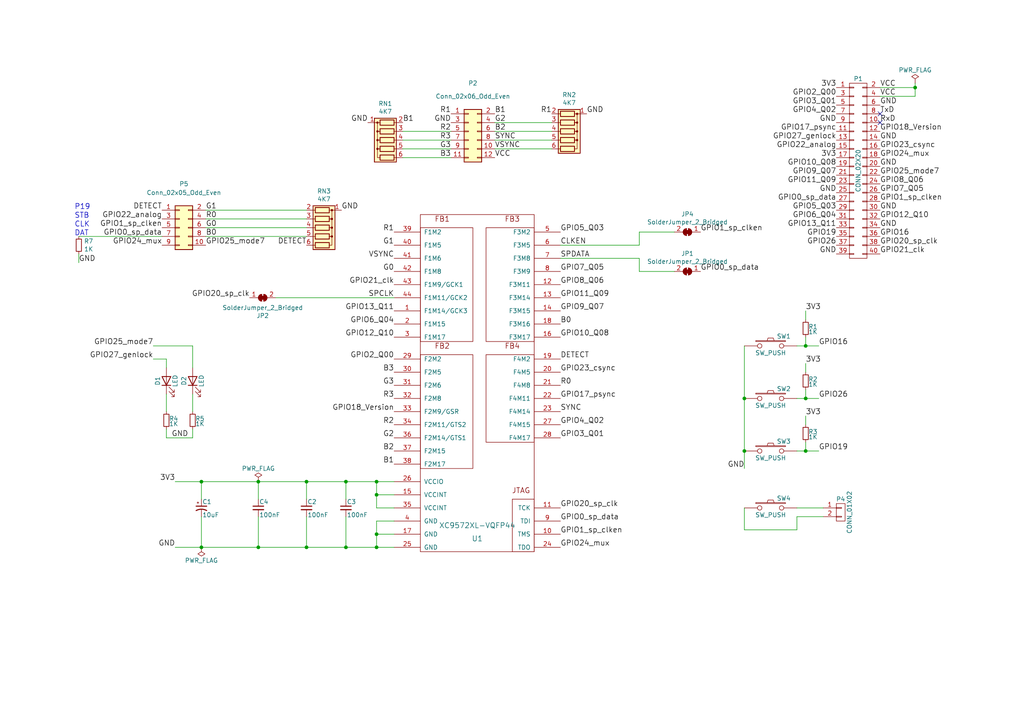
<source format=kicad_sch>
(kicad_sch (version 20230121) (generator eeschema)
  (paper "A4")
  (lib_symbols
    (symbol "Connector_Generic:Conn_02x05_Odd_Even" (pin_names (offset 1.016) hide)
      (property "Reference" "J" (at 1.27 7.62 0))
      (property "Value" "Conn_02x05_Odd_Even" (at 1.27 -7.62 0))
      (symbol "Conn_02x05_Odd_Even_1_1"
        (rectangle (start -1.27 -4.953) (end 0 -5.207) (stroke (width 0.1524)))
        (rectangle (start -1.27 -2.413) (end 0 -2.667) (stroke (width 0.1524)))
        (rectangle (start -1.27 0.127) (end 0 -0.127) (stroke (width 0.1524)))
        (rectangle (start -1.27 2.667) (end 0 2.413) (stroke (width 0.1524)))
        (rectangle (start -1.27 5.207) (end 0 4.953) (stroke (width 0.1524)))
        (rectangle (start -1.27 6.35) (end 3.81 -6.35) (stroke (width 0.254)) (fill (type background)))
        (rectangle (start 3.81 -4.953) (end 2.54 -5.207) (stroke (width 0.1524)))
        (rectangle (start 3.81 -2.413) (end 2.54 -2.667) (stroke (width 0.1524)))
        (rectangle (start 3.81 0.127) (end 2.54 -0.127) (stroke (width 0.1524)))
        (rectangle (start 3.81 2.667) (end 2.54 2.413) (stroke (width 0.1524)))
        (rectangle (start 3.81 5.207) (end 2.54 4.953) (stroke (width 0.1524)))
        (pin passive line (at -5.08 5.08 0) (length 3.81) (name "Pin_1") (number "1"))
        (pin passive line (at 7.62 -5.08 180) (length 3.81) (name "Pin_10") (number "10"))
        (pin passive line (at 7.62 5.08 180) (length 3.81) (name "Pin_2") (number "2"))
        (pin passive line (at -5.08 2.54 0) (length 3.81) (name "Pin_3") (number "3"))
        (pin passive line (at 7.62 2.54 180) (length 3.81) (name "Pin_4") (number "4"))
        (pin passive line (at -5.08 0 0) (length 3.81) (name "Pin_5") (number "5"))
        (pin passive line (at 7.62 0 180) (length 3.81) (name "Pin_6") (number "6"))
        (pin passive line (at -5.08 -2.54 0) (length 3.81) (name "Pin_7") (number "7"))
        (pin passive line (at 7.62 -2.54 180) (length 3.81) (name "Pin_8") (number "8"))
        (pin passive line (at -5.08 -5.08 0) (length 3.81) (name "Pin_9") (number "9"))
      )
    )
    (symbol "Connector_Generic:Conn_02x06_Odd_Even" (pin_names (offset 1.016) hide)
      (property "Reference" "J" (at 1.27 7.62 0))
      (property "Value" "Conn_02x06_Odd_Even" (at 1.27 -10.16 0))
      (symbol "Conn_02x06_Odd_Even_1_1"
        (rectangle (start -1.27 -7.493) (end 0 -7.747) (stroke (width 0.1524)))
        (rectangle (start -1.27 -4.953) (end 0 -5.207) (stroke (width 0.1524)))
        (rectangle (start -1.27 -2.413) (end 0 -2.667) (stroke (width 0.1524)))
        (rectangle (start -1.27 0.127) (end 0 -0.127) (stroke (width 0.1524)))
        (rectangle (start -1.27 2.667) (end 0 2.413) (stroke (width 0.1524)))
        (rectangle (start -1.27 5.207) (end 0 4.953) (stroke (width 0.1524)))
        (rectangle (start -1.27 6.35) (end 3.81 -8.89) (stroke (width 0.254)) (fill (type background)))
        (rectangle (start 3.81 -7.493) (end 2.54 -7.747) (stroke (width 0.1524)))
        (rectangle (start 3.81 -4.953) (end 2.54 -5.207) (stroke (width 0.1524)))
        (rectangle (start 3.81 -2.413) (end 2.54 -2.667) (stroke (width 0.1524)))
        (rectangle (start 3.81 0.127) (end 2.54 -0.127) (stroke (width 0.1524)))
        (rectangle (start 3.81 2.667) (end 2.54 2.413) (stroke (width 0.1524)))
        (rectangle (start 3.81 5.207) (end 2.54 4.953) (stroke (width 0.1524)))
        (pin passive line (at -5.08 5.08 0) (length 3.81) (name "Pin_1") (number "1"))
        (pin passive line (at 7.62 -5.08 180) (length 3.81) (name "Pin_10") (number "10"))
        (pin passive line (at -5.08 -7.62 0) (length 3.81) (name "Pin_11") (number "11"))
        (pin passive line (at 7.62 -7.62 180) (length 3.81) (name "Pin_12") (number "12"))
        (pin passive line (at 7.62 5.08 180) (length 3.81) (name "Pin_2") (number "2"))
        (pin passive line (at -5.08 2.54 0) (length 3.81) (name "Pin_3") (number "3"))
        (pin passive line (at 7.62 2.54 180) (length 3.81) (name "Pin_4") (number "4"))
        (pin passive line (at -5.08 0 0) (length 3.81) (name "Pin_5") (number "5"))
        (pin passive line (at 7.62 0 180) (length 3.81) (name "Pin_6") (number "6"))
        (pin passive line (at -5.08 -2.54 0) (length 3.81) (name "Pin_7") (number "7"))
        (pin passive line (at 7.62 -2.54 180) (length 3.81) (name "Pin_8") (number "8"))
        (pin passive line (at -5.08 -5.08 0) (length 3.81) (name "Pin_9") (number "9"))
      )
    )
    (symbol "Device:C_Small" (pin_numbers hide) (pin_names (offset 0.254) hide)
      (property "Reference" "C" (at 0.254 1.778 0))
      (property "Value" "C_Small" (at 0.254 -2.032 0))
      (symbol "C_Small_0_1"
        (polyline (pts (xy -1.524 -0.508) (xy 1.524 -0.508)) (stroke (width 0.3302)))
        (polyline (pts (xy -1.524 0.508) (xy 1.524 0.508)) (stroke (width 0.3048)))
      )
      (symbol "C_Small_1_1"
        (pin passive line (at 0 2.54 270) (length 2.032) (name "~") (number "1"))
        (pin passive line (at 0 -2.54 90) (length 2.032) (name "~") (number "2"))
      )
    )
    (symbol "Device:LED" (pin_numbers hide) (pin_names (offset 1.016) hide)
      (property "Reference" "D" (at 0 2.54 0))
      (property "Value" "LED" (at 0 -2.54 0))
      (symbol "LED_0_1"
        (polyline (pts (xy -1.27 -1.27) (xy -1.27 1.27)) (stroke (width 0.254)))
        (polyline (pts (xy -1.27 0) (xy 1.27 0)))
        (polyline (pts (xy 1.27 -1.27) (xy 1.27 1.27) (xy -1.27 0) (xy 1.27 -1.27)) (stroke (width 0.254)))
        (polyline (pts (xy -3.048 -0.762) (xy -4.572 -2.286) (xy -3.81 -2.286) (xy -4.572 -2.286) (xy -4.572 -1.524)))
        (polyline (pts (xy -1.778 -0.762) (xy -3.302 -2.286) (xy -2.54 -2.286) (xy -3.302 -2.286) (xy -3.302 -1.524)))
      )
      (symbol "LED_1_1"
        (pin passive line (at -3.81 0 0) (length 2.54) (name "K") (number "1"))
        (pin passive line (at 3.81 0 180) (length 2.54) (name "A") (number "2"))
      )
    )
    (symbol "Device:R_Network05" (pin_names (offset 0) hide)
      (property "Reference" "RN" (at -7.62 0 90))
      (property "Value" "R_Network05" (at 7.62 0 90))
      (symbol "R_Network05_0_1"
        (rectangle (start -6.35 -3.175) (end 6.35 3.175) (stroke (width 0.254)) (fill (type background)))
        (rectangle (start -5.842 1.524) (end -4.318 -2.54) (stroke (width 0.254)))
        (circle (center -5.08 2.286) (radius 0.254) (fill (type outline)))
        (rectangle (start -3.302 1.524) (end -1.778 -2.54) (stroke (width 0.254)))
        (circle (center -2.54 2.286) (radius 0.254) (fill (type outline)))
        (rectangle (start -0.762 1.524) (end 0.762 -2.54) (stroke (width 0.254)))
        (polyline (pts (xy -5.08 -2.54) (xy -5.08 -3.81)))
        (polyline (pts (xy -2.54 -2.54) (xy -2.54 -3.81)))
        (polyline (pts (xy 0 -2.54) (xy 0 -3.81)))
        (polyline (pts (xy 2.54 -2.54) (xy 2.54 -3.81)))
        (polyline (pts (xy 5.08 -2.54) (xy 5.08 -3.81)))
        (polyline (pts (xy -5.08 1.524) (xy -5.08 2.286) (xy -2.54 2.286) (xy -2.54 1.524)))
        (polyline (pts (xy -2.54 1.524) (xy -2.54 2.286) (xy 0 2.286) (xy 0 1.524)))
        (polyline (pts (xy 0 1.524) (xy 0 2.286) (xy 2.54 2.286) (xy 2.54 1.524)))
        (polyline (pts (xy 2.54 1.524) (xy 2.54 2.286) (xy 5.08 2.286) (xy 5.08 1.524)))
        (circle (center 0 2.286) (radius 0.254) (fill (type outline)))
        (rectangle (start 1.778 1.524) (end 3.302 -2.54) (stroke (width 0.254)))
        (circle (center 2.54 2.286) (radius 0.254) (fill (type outline)))
        (rectangle (start 4.318 1.524) (end 5.842 -2.54) (stroke (width 0.254)))
      )
      (symbol "R_Network05_1_1"
        (pin passive line (at -5.08 5.08 270) (length 2.54) (name "common") (number "1"))
        (pin passive line (at -5.08 -5.08 90) (length 1.27) (name "R1") (number "2"))
        (pin passive line (at -2.54 -5.08 90) (length 1.27) (name "R2") (number "3"))
        (pin passive line (at 0 -5.08 90) (length 1.27) (name "R3") (number "4"))
        (pin passive line (at 2.54 -5.08 90) (length 1.27) (name "R4") (number "5"))
        (pin passive line (at 5.08 -5.08 90) (length 1.27) (name "R5") (number "6"))
      )
    )
    (symbol "Device:R_Small" (pin_numbers hide) (pin_names (offset 0.254) hide)
      (property "Reference" "R" (at 0.762 0.508 0))
      (property "Value" "R_Small" (at 0.762 -1.016 0))
      (symbol "R_Small_0_1"
        (rectangle (start -0.762 1.778) (end 0.762 -1.778) (stroke (width 0.2032)))
      )
      (symbol "R_Small_1_1"
        (pin passive line (at 0 2.54 270) (length 0.762) (name "~") (number "1"))
        (pin passive line (at 0 -2.54 90) (length 0.762) (name "~") (number "2"))
      )
    )
    (symbol "Jumper:SolderJumper_2_Bridged" (pin_names (offset 0) hide)
      (property "Reference" "JP" (at 0 2.032 0))
      (property "Value" "SolderJumper_2_Bridged" (at 0 -2.54 0))
      (symbol "SolderJumper_2_Bridged_0_1"
        (rectangle (start -0.508 0.508) (end 0.508 -0.508) (fill (type outline)))
        (arc (start -0.254 1.016) (mid -1.2656 0) (end -0.254 -1.016))
        (arc (start -0.254 1.016) (mid -1.2656 0) (end -0.254 -1.016) (fill (type outline)))
        (polyline (pts (xy -0.254 1.016) (xy -0.254 -1.016)))
        (polyline (pts (xy 0.254 1.016) (xy 0.254 -1.016)))
        (arc (start 0.254 -1.016) (mid 1.2656 0) (end 0.254 1.016))
        (arc (start 0.254 -1.016) (mid 1.2656 0) (end 0.254 1.016) (fill (type outline)))
      )
      (symbol "SolderJumper_2_Bridged_1_1"
        (pin passive line (at -3.81 0 0) (length 2.54) (name "A") (number "1"))
        (pin passive line (at 3.81 0 180) (length 2.54) (name "B") (number "2"))
      )
    )
    (symbol "power:PWR_FLAG" (power) (pin_numbers hide) (pin_names (offset 0) hide)
      (property "Value" "PWR_FLAG" (at 0 3.81 0))
      (symbol "PWR_FLAG_0_0"
        (pin power_out line (at 0 0 90) (length 0) (name "pwr") (number "1"))
      )
      (symbol "PWR_FLAG_0_1"
        (polyline (pts (xy 0 0) (xy 0 1.27) (xy -1.016 1.905) (xy 0 2.54) (xy 1.016 1.905) (xy 0 1.27)))
      )
    )
    (symbol "rgb-to-hdmi-rescue:CONN_01X02" (pin_names (offset 1.016) hide)
      (property "Reference" "P" (at 0 3.81 0))
      (property "Value" "CONN_01X02" (at 2.54 0 90))
      (symbol "CONN_01X02_0_1"
        (rectangle (start -1.27 -1.143) (end 0.254 -1.397))
        (rectangle (start -1.27 1.397) (end 0.254 1.143))
        (rectangle (start -1.27 2.54) (end 1.27 -2.54))
      )
      (symbol "CONN_01X02_1_1"
        (pin passive line (at -5.08 1.27 0) (length 3.81) (name "P1") (number "1"))
        (pin passive line (at -5.08 -1.27 0) (length 3.81) (name "P2") (number "2"))
      )
    )
    (symbol "rgb-to-hdmi-rescue:CONN_02X20" (pin_names (offset 0.0254) hide)
      (property "Reference" "P" (at 0 26.67 0))
      (property "Value" "CONN_02X20" (at 0 0 90))
      (symbol "CONN_02X20_0_1"
        (rectangle (start -2.54 -24.003) (end -1.27 -24.257))
        (rectangle (start -2.54 -21.463) (end -1.27 -21.717))
        (rectangle (start -2.54 -18.923) (end -1.27 -19.177))
        (rectangle (start -2.54 -16.383) (end -1.27 -16.637))
        (rectangle (start -2.54 -13.843) (end -1.27 -14.097))
        (rectangle (start -2.54 -11.303) (end -1.27 -11.557))
        (rectangle (start -2.54 -8.763) (end -1.27 -9.017))
        (rectangle (start -2.54 -6.223) (end -1.27 -6.477))
        (rectangle (start -2.54 -3.683) (end -1.27 -3.937))
        (rectangle (start -2.54 -1.143) (end -1.27 -1.397))
        (rectangle (start -2.54 1.397) (end -1.27 1.143))
        (rectangle (start -2.54 3.937) (end -1.27 3.683))
        (rectangle (start -2.54 6.477) (end -1.27 6.223))
        (rectangle (start -2.54 9.017) (end -1.27 8.763))
        (rectangle (start -2.54 11.557) (end -1.27 11.303))
        (rectangle (start -2.54 14.097) (end -1.27 13.843))
        (rectangle (start -2.54 16.637) (end -1.27 16.383))
        (rectangle (start -2.54 19.177) (end -1.27 18.923))
        (rectangle (start -2.54 21.717) (end -1.27 21.463))
        (rectangle (start -2.54 24.257) (end -1.27 24.003))
        (rectangle (start -2.54 25.4) (end 2.54 -25.4))
        (rectangle (start 1.27 -24.003) (end 2.54 -24.257))
        (rectangle (start 1.27 -21.463) (end 2.54 -21.717))
        (rectangle (start 1.27 -18.923) (end 2.54 -19.177))
        (rectangle (start 1.27 -16.383) (end 2.54 -16.637))
        (rectangle (start 1.27 -13.843) (end 2.54 -14.097))
        (rectangle (start 1.27 -11.303) (end 2.54 -11.557))
        (rectangle (start 1.27 -8.763) (end 2.54 -9.017))
        (rectangle (start 1.27 -6.223) (end 2.54 -6.477))
        (rectangle (start 1.27 -3.683) (end 2.54 -3.937))
        (rectangle (start 1.27 -1.143) (end 2.54 -1.397))
        (rectangle (start 1.27 1.397) (end 2.54 1.143))
        (rectangle (start 1.27 3.937) (end 2.54 3.683))
        (rectangle (start 1.27 6.477) (end 2.54 6.223))
        (rectangle (start 1.27 9.017) (end 2.54 8.763))
        (rectangle (start 1.27 11.557) (end 2.54 11.303))
        (rectangle (start 1.27 14.097) (end 2.54 13.843))
        (rectangle (start 1.27 16.637) (end 2.54 16.383))
        (rectangle (start 1.27 19.177) (end 2.54 18.923))
        (rectangle (start 1.27 21.717) (end 2.54 21.463))
        (rectangle (start 1.27 24.257) (end 2.54 24.003))
      )
      (symbol "CONN_02X20_1_1"
        (pin passive line (at -6.35 24.13 0) (length 3.81) (name "P1") (number "1"))
        (pin passive line (at 6.35 13.97 180) (length 3.81) (name "P10") (number "10"))
        (pin passive line (at -6.35 11.43 0) (length 3.81) (name "P11") (number "11"))
        (pin passive line (at 6.35 11.43 180) (length 3.81) (name "P12") (number "12"))
        (pin passive line (at -6.35 8.89 0) (length 3.81) (name "P13") (number "13"))
        (pin passive line (at 6.35 8.89 180) (length 3.81) (name "P14") (number "14"))
        (pin passive line (at -6.35 6.35 0) (length 3.81) (name "P15") (number "15"))
        (pin passive line (at 6.35 6.35 180) (length 3.81) (name "P16") (number "16"))
        (pin passive line (at -6.35 3.81 0) (length 3.81) (name "P17") (number "17"))
        (pin passive line (at 6.35 3.81 180) (length 3.81) (name "P18") (number "18"))
        (pin passive line (at -6.35 1.27 0) (length 3.81) (name "P19") (number "19"))
        (pin passive line (at 6.35 24.13 180) (length 3.81) (name "P2") (number "2"))
        (pin passive line (at 6.35 1.27 180) (length 3.81) (name "P20") (number "20"))
        (pin passive line (at -6.35 -1.27 0) (length 3.81) (name "P21") (number "21"))
        (pin passive line (at 6.35 -1.27 180) (length 3.81) (name "P22") (number "22"))
        (pin passive line (at -6.35 -3.81 0) (length 3.81) (name "P23") (number "23"))
        (pin passive line (at 6.35 -3.81 180) (length 3.81) (name "P24") (number "24"))
        (pin passive line (at -6.35 -6.35 0) (length 3.81) (name "P25") (number "25"))
        (pin passive line (at 6.35 -6.35 180) (length 3.81) (name "P26") (number "26"))
        (pin passive line (at -6.35 -8.89 0) (length 3.81) (name "P27") (number "27"))
        (pin passive line (at 6.35 -8.89 180) (length 3.81) (name "P28") (number "28"))
        (pin passive line (at -6.35 -11.43 0) (length 3.81) (name "P29") (number "29"))
        (pin passive line (at -6.35 21.59 0) (length 3.81) (name "P3") (number "3"))
        (pin passive line (at 6.35 -11.43 180) (length 3.81) (name "P30") (number "30"))
        (pin passive line (at -6.35 -13.97 0) (length 3.81) (name "P31") (number "31"))
        (pin passive line (at 6.35 -13.97 180) (length 3.81) (name "P32") (number "32"))
        (pin passive line (at -6.35 -16.51 0) (length 3.81) (name "P33") (number "33"))
        (pin passive line (at 6.35 -16.51 180) (length 3.81) (name "P34") (number "34"))
        (pin passive line (at -6.35 -19.05 0) (length 3.81) (name "P35") (number "35"))
        (pin passive line (at 6.35 -19.05 180) (length 3.81) (name "P36") (number "36"))
        (pin passive line (at -6.35 -21.59 0) (length 3.81) (name "P37") (number "37"))
        (pin passive line (at 6.35 -21.59 180) (length 3.81) (name "P38") (number "38"))
        (pin passive line (at -6.35 -24.13 0) (length 3.81) (name "P39") (number "39"))
        (pin passive line (at 6.35 21.59 180) (length 3.81) (name "P4") (number "4"))
        (pin passive line (at 6.35 -24.13 180) (length 3.81) (name "P40") (number "40"))
        (pin passive line (at -6.35 19.05 0) (length 3.81) (name "P5") (number "5"))
        (pin passive line (at 6.35 19.05 180) (length 3.81) (name "P6") (number "6"))
        (pin passive line (at -6.35 16.51 0) (length 3.81) (name "P7") (number "7"))
        (pin passive line (at 6.35 16.51 180) (length 3.81) (name "P8") (number "8"))
        (pin passive line (at -6.35 13.97 0) (length 3.81) (name "P9") (number "9"))
      )
    )
    (symbol "rgb-to-hdmi-rescue:CP1_Small-Device" (pin_numbers hide) (pin_names (offset 0.254) hide)
      (property "Reference" "C" (at 0.254 1.778 0))
      (property "Value" "Device_CP1_Small" (at 0.254 -2.032 0))
      (symbol "CP1_Small-Device_0_1"
        (polyline (pts (xy -1.524 0.508) (xy 1.524 0.508)) (stroke (width 0.3048)))
        (polyline (pts (xy -1.27 1.524) (xy -0.762 1.524)))
        (polyline (pts (xy -1.016 1.27) (xy -1.016 1.778)))
        (arc (start 1.524 -0.762) (mid 0 -0.3734) (end -1.524 -0.762) (stroke (width 0.3048)))
      )
      (symbol "CP1_Small-Device_1_1"
        (pin passive line (at 0 2.54 270) (length 2.032) (name "~") (number "1"))
        (pin passive line (at 0 -2.54 90) (length 2.032) (name "~") (number "2"))
      )
    )
    (symbol "rgb-to-hdmi-rescue:SW_PUSH" (pin_numbers hide) (pin_names (offset 1.016) hide)
      (property "Reference" "SW" (at 3.81 2.794 0))
      (property "Value" "SW_PUSH" (at 0 -2.032 0))
      (symbol "SW_PUSH_0_1"
        (rectangle (start -4.318 1.27) (end 4.318 1.524))
        (polyline (pts (xy -1.016 1.524) (xy -0.762 2.286) (xy 0.762 2.286) (xy 1.016 1.524)))
        (pin passive inverted (at -7.62 0 0) (length 5.08) (name "1") (number "1"))
        (pin passive inverted (at 7.62 0 180) (length 5.08) (name "2") (number "2"))
      )
    )
    (symbol "xc9572xl:XC9572XL-VQFP44" (pin_names (offset 1.016))
      (property "Reference" "U" (at 0 -55.88 0))
      (property "Value" "XC9572XL-VQFP44" (at 0 -52.07 0))
      (symbol "XC9572XL-VQFP44_0_0"
        (rectangle (start -16.51 38.1) (end 16.51 -59.69))
        (rectangle (start 2.54 34.29) (end 16.51 1.27))
        (rectangle (start 16.51 -44.45) (end 10.16 -59.69))
        (rectangle (start 16.51 -2.54) (end 2.54 -27.94))
        (text "FB1" (at -10.16 36.83 0) (effects (font (size 1.524 1.524))))
        (text "FB2" (at -10.16 0 0) (effects (font (size 1.524 1.524))))
        (text "FB3" (at 10.16 36.83 0) (effects (font (size 1.524 1.524))))
        (text "FB4" (at 10.16 0 0) (effects (font (size 1.524 1.524))))
        (text "JTAG" (at 12.7 -41.91 0) (effects (font (size 1.524 1.524))))
      )
      (symbol "XC9572XL-VQFP44_0_1"
        (rectangle (start -16.51 -2.54) (end -1.27 -35.56))
        (rectangle (start -16.51 34.29) (end -1.27 1.27))
      )
      (symbol "XC9572XL-VQFP44_1_1"
        (pin input line (at -24.13 10.16 0) (length 7.62) (name "F1M14/GCK3") (number "1"))
        (pin bidirectional line (at 24.13 -54.61 180) (length 7.62) (name "TMS") (number "10"))
        (pin input line (at 24.13 -46.99 180) (length 7.62) (name "TCK") (number "11"))
        (pin bidirectional line (at 24.13 17.78 180) (length 7.62) (name "F3M11") (number "12"))
        (pin bidirectional line (at 24.13 13.97 180) (length 7.62) (name "F3M14") (number "13"))
        (pin bidirectional line (at 24.13 10.16 180) (length 7.62) (name "F3M15") (number "14"))
        (pin power_in line (at -24.13 -43.18 0) (length 7.62) (name "VCCINT") (number "15"))
        (pin bidirectional line (at 24.13 2.54 180) (length 7.62) (name "F3M17") (number "16"))
        (pin power_in line (at -24.13 -54.61 0) (length 7.62) (name "GND") (number "17"))
        (pin bidirectional line (at 24.13 6.35 180) (length 7.62) (name "F3M16") (number "18"))
        (pin bidirectional line (at 24.13 -3.81 180) (length 7.62) (name "F4M2") (number "19"))
        (pin bidirectional line (at -24.13 6.35 0) (length 7.62) (name "F1M15") (number "2"))
        (pin bidirectional line (at 24.13 -7.62 180) (length 7.62) (name "F4M5") (number "20"))
        (pin bidirectional line (at 24.13 -11.43 180) (length 7.62) (name "F4M8") (number "21"))
        (pin bidirectional line (at 24.13 -15.24 180) (length 7.62) (name "F4M11") (number "22"))
        (pin bidirectional line (at 24.13 -19.05 180) (length 7.62) (name "F4M14") (number "23"))
        (pin bidirectional line (at 24.13 -58.42 180) (length 7.62) (name "TDO") (number "24"))
        (pin power_in line (at -24.13 -58.42 0) (length 7.62) (name "GND") (number "25"))
        (pin power_in line (at -24.13 -39.37 0) (length 7.62) (name "VCCIO") (number "26"))
        (pin bidirectional line (at 24.13 -22.86 180) (length 7.62) (name "F4M15") (number "27"))
        (pin bidirectional line (at 24.13 -26.67 180) (length 7.62) (name "F4M17") (number "28"))
        (pin bidirectional line (at -24.13 -3.81 0) (length 7.62) (name "F2M2") (number "29"))
        (pin bidirectional line (at -24.13 2.54 0) (length 7.62) (name "F1M17") (number "3"))
        (pin bidirectional line (at -24.13 -7.62 0) (length 7.62) (name "F2M5") (number "30"))
        (pin bidirectional line (at -24.13 -11.43 0) (length 7.62) (name "F2M6") (number "31"))
        (pin bidirectional line (at -24.13 -15.24 0) (length 7.62) (name "F2M8") (number "32"))
        (pin bidirectional line (at -24.13 -19.05 0) (length 7.62) (name "F2M9/GSR") (number "33"))
        (pin bidirectional line (at -24.13 -22.86 0) (length 7.62) (name "F2M11/GTS2") (number "34"))
        (pin power_in line (at -24.13 -46.99 0) (length 7.62) (name "VCCINT") (number "35"))
        (pin bidirectional line (at -24.13 -26.67 0) (length 7.62) (name "F2M14/GTS1") (number "36"))
        (pin bidirectional line (at -24.13 -30.48 0) (length 7.62) (name "F2M15") (number "37"))
        (pin bidirectional line (at -24.13 -34.29 0) (length 7.62) (name "F2M17") (number "38"))
        (pin bidirectional line (at -24.13 33.02 0) (length 7.62) (name "F1M2") (number "39"))
        (pin power_in line (at -24.13 -50.8 0) (length 7.62) (name "GND") (number "4"))
        (pin bidirectional line (at -24.13 29.21 0) (length 7.62) (name "F1M5") (number "40"))
        (pin bidirectional line (at -24.13 25.4 0) (length 7.62) (name "F1M6") (number "41"))
        (pin bidirectional line (at -24.13 21.59 0) (length 7.62) (name "F1M8") (number "42"))
        (pin input line (at -24.13 17.78 0) (length 7.62) (name "F1M9/GCK1") (number "43"))
        (pin input line (at -24.13 13.97 0) (length 7.62) (name "F1M11/GCK2") (number "44"))
        (pin bidirectional line (at 24.13 33.02 180) (length 7.62) (name "F3M2") (number "5"))
        (pin bidirectional line (at 24.13 29.21 180) (length 7.62) (name "F3M5") (number "6"))
        (pin bidirectional line (at 24.13 25.4 180) (length 7.62) (name "F3M8") (number "7"))
        (pin bidirectional line (at 24.13 21.59 180) (length 7.62) (name "F3M9") (number "8"))
        (pin bidirectional line (at 24.13 -50.8 180) (length 7.62) (name "TDI") (number "9"))
      )
    )
  )
  (junction (at 88.9 158.75))
  (junction (at 109.22 143.51))
  (junction (at 58.42 158.75))
  (junction (at 58.42 139.7))
  (junction (at 233.68 130.81))
  (junction (at 74.93 139.7))
  (junction (at 109.22 158.75))
  (junction (at 215.9 130.81))
  (junction (at 233.68 100.33))
  (junction (at 109.22 139.7))
  (junction (at 215.9 115.57))
  (junction (at 109.22 154.94))
  (junction (at 100.33 158.75))
  (junction (at 265.43 25.4))
  (junction (at 100.33 139.7))
  (junction (at 74.93 158.75))
  (junction (at 88.9 139.7))
  (junction (at 233.68 115.57))
  (no_connect (at -12.7 82.55))
  (no_connect (at 255.27 35.56))
  (no_connect (at 255.27 33.02))
  (wire (pts (xy 238.76 147.32) (xy 231.14 147.32)))
  (wire (pts (xy 109.22 158.75) (xy 114.3 158.75)))
  (wire (pts (xy 74.93 158.75) (xy 74.93 149.86)))
  (wire (pts (xy 233.68 115.57) (xy 237.49 115.57)))
  (wire (pts (xy 195.58 78.74) (xy 185.42 78.74)))
  (wire (pts (xy 233.68 100.33) (xy 237.49 100.33)))
  (wire (pts (xy 58.42 158.75) (xy 58.42 149.86)))
  (wire (pts (xy 100.33 139.7) (xy 109.22 139.7)))
  (wire (pts (xy 59.69 60.96) (xy 88.9 60.96)))
  (wire (pts (xy 59.69 63.5) (xy 88.9 63.5)))
  (wire (pts (xy 195.58 67.31) (xy 185.42 67.31)))
  (wire (pts (xy 48.26 127) (xy 48.26 124.46)))
  (wire (pts (xy 185.42 71.12) (xy 162.56 71.12)))
  (wire (pts (xy 130.81 40.64) (xy 116.84 40.64)))
  (wire (pts (xy 109.22 139.7) (xy 109.22 143.51)))
  (wire (pts (xy 100.33 158.75) (xy 100.33 149.86)))
  (wire (pts (xy 55.88 114.3) (xy 55.88 119.38)))
  (wire (pts (xy 233.68 115.57) (xy 233.68 113.03)))
  (wire (pts (xy 130.81 38.1) (xy 116.84 38.1)))
  (wire (pts (xy 231.14 153.67) (xy 215.9 153.67)))
  (wire (pts (xy 185.42 74.93) (xy 162.56 74.93)))
  (wire (pts (xy 233.68 123.19) (xy 233.68 120.65)))
  (wire (pts (xy 185.42 78.74) (xy 185.42 74.93)))
  (wire (pts (xy 59.69 66.04) (xy 88.9 66.04)))
  (wire (pts (xy 58.42 158.75) (xy 50.8 158.75)))
  (wire (pts (xy 58.42 158.75) (xy 74.93 158.75)))
  (wire (pts (xy 109.22 151.13) (xy 109.22 154.94)))
  (wire (pts (xy 88.9 158.75) (xy 100.33 158.75)))
  (wire (pts (xy 55.88 124.46) (xy 55.88 127)))
  (wire (pts (xy 143.51 40.64) (xy 160.02 40.64)))
  (wire (pts (xy 114.3 143.51) (xy 109.22 143.51)))
  (wire (pts (xy 22.86 76.2) (xy 22.86 73.66)))
  (wire (pts (xy 215.9 115.57) (xy 215.9 130.81)))
  (wire (pts (xy 74.93 139.7) (xy 74.93 144.78)))
  (wire (pts (xy 143.51 43.18) (xy 160.02 43.18)))
  (wire (pts (xy 215.9 100.33) (xy 215.9 115.57)))
  (wire (pts (xy 114.3 86.36) (xy 80.01 86.36)))
  (wire (pts (xy 233.68 130.81) (xy 233.68 128.27)))
  (wire (pts (xy 265.43 24.13) (xy 265.43 25.4)))
  (wire (pts (xy 109.22 143.51) (xy 109.22 147.32)))
  (wire (pts (xy 233.68 130.81) (xy 237.49 130.81)))
  (wire (pts (xy 109.22 154.94) (xy 114.3 154.94)))
  (wire (pts (xy 74.93 158.75) (xy 88.9 158.75)))
  (wire (pts (xy 233.68 92.71) (xy 233.68 90.17)))
  (wire (pts (xy 231.14 149.86) (xy 231.14 153.67)))
  (wire (pts (xy 233.68 107.95) (xy 233.68 105.41)))
  (wire (pts (xy 130.81 45.72) (xy 116.84 45.72)))
  (wire (pts (xy 88.9 158.75) (xy 88.9 149.86)))
  (wire (pts (xy 231.14 115.57) (xy 233.68 115.57)))
  (wire (pts (xy 58.42 139.7) (xy 50.8 139.7)))
  (wire (pts (xy 22.86 68.58) (xy 46.99 68.58)))
  (wire (pts (xy 265.43 25.4) (xy 265.43 27.94)))
  (wire (pts (xy 59.69 68.58) (xy 88.9 68.58)))
  (wire (pts (xy 109.22 147.32) (xy 114.3 147.32)))
  (wire (pts (xy 231.14 130.81) (xy 233.68 130.81)))
  (wire (pts (xy 74.93 139.7) (xy 88.9 139.7)))
  (wire (pts (xy 231.14 149.86) (xy 238.76 149.86)))
  (wire (pts (xy 58.42 139.7) (xy 58.42 144.78)))
  (wire (pts (xy 55.88 100.33) (xy 44.45 100.33)))
  (wire (pts (xy 143.51 35.56) (xy 160.02 35.56)))
  (wire (pts (xy 109.22 154.94) (xy 109.22 158.75)))
  (wire (pts (xy 48.26 104.14) (xy 44.45 104.14)))
  (wire (pts (xy 58.42 139.7) (xy 74.93 139.7)))
  (wire (pts (xy 143.51 38.1) (xy 160.02 38.1)))
  (wire (pts (xy 100.33 158.75) (xy 109.22 158.75)))
  (wire (pts (xy 55.88 106.68) (xy 55.88 100.33)))
  (wire (pts (xy 100.33 139.7) (xy 100.33 144.78)))
  (wire (pts (xy 185.42 67.31) (xy 185.42 71.12)))
  (wire (pts (xy 114.3 151.13) (xy 109.22 151.13)))
  (wire (pts (xy 215.9 130.81) (xy 215.9 135.89)))
  (wire (pts (xy 215.9 153.67) (xy 215.9 147.32)))
  (wire (pts (xy 255.27 25.4) (xy 265.43 25.4)))
  (wire (pts (xy 48.26 114.3) (xy 48.26 119.38)))
  (wire (pts (xy 130.81 43.18) (xy 116.84 43.18)))
  (wire (pts (xy 265.43 27.94) (xy 255.27 27.94)))
  (wire (pts (xy 55.88 127) (xy 48.26 127)))
  (wire (pts (xy 88.9 139.7) (xy 100.33 139.7)))
  (wire (pts (xy 231.14 100.33) (xy 233.68 100.33)))
  (wire (pts (xy 88.9 139.7) (xy 88.9 144.78)))
  (wire (pts (xy 233.68 100.33) (xy 233.68 97.79)))
  (wire (pts (xy 48.26 106.68) (xy 48.26 104.14)))
  (wire (pts (xy 109.22 139.7) (xy 114.3 139.7)))
  (text "DAT" (at 21.59 68.58 0) (effects (font (size 1.524 1.524)) (justify left bottom)))
  (text "STB" (at 21.59 63.5 0) (effects (font (size 1.524 1.524)) (justify left bottom)))
  (text "P19\n" (at 21.59 60.96 0) (effects (font (size 1.524 1.524)) (justify left bottom)))
  (text "CLK" (at 21.59 66.04 0) (effects (font (size 1.524 1.524)) (justify left bottom)))
  (label "GPIO13_Q11" (at 242.57 66.04 180) (effects (font (size 1.524 1.524))))
  (label "DETECT" (at 46.99 60.96 180) (effects (font (size 1.524 1.524))))
  (label "GPIO10_Q08" (at 242.57 48.26 180) (effects (font (size 1.524 1.524))))
  (label "GPIO6_Q04" (at 242.57 63.5 180) (effects (font (size 1.524 1.524))))
  (label "GPIO5_Q03" (at 162.56 67.31 0) (effects (font (size 1.524 1.524))))
  (label "GPIO5_Q03" (at 242.57 60.96 180) (effects (font (size 1.524 1.524))))
  (label "B3" (at 130.81 45.72 180) (effects (font (size 1.524 1.524))))
  (label "B2" (at 114.3 130.81 180) (effects (font (size 1.524 1.524))))
  (label "GPIO0_sp_data" (at 162.56 151.13 0) (effects (font (size 1.524 1.524))))
  (label "GPIO2_Q00" (at 114.3 104.14 180) (effects (font (size 1.524 1.524))))
  (label "R2" (at 130.81 38.1 180) (effects (font (size 1.524 1.524))))
  (label "GPIO20_sp_clk" (at 162.56 147.32 0) (effects (font (size 1.524 1.524))))
  (label "R3" (at 130.81 40.64 180) (effects (font (size 1.524 1.524))))
  (label "G3" (at 114.3 111.76 180) (effects (font (size 1.524 1.524))))
  (label "GND" (at 242.57 55.88 180) (effects (font (size 1.524 1.524))))
  (label "GPIO16" (at 237.49 100.33 0) (effects (font (size 1.524 1.524))))
  (label "G1" (at 59.69 60.96 0) (effects (font (size 1.524 1.524))))
  (label "DETECT" (at 88.9 71.12 180) (effects (font (size 1.524 1.524))))
  (label "GND" (at 255.27 60.96 0) (effects (font (size 1.524 1.524))))
  (label "GPIO17_psync" (at 162.56 115.57 0) (effects (font (size 1.524 1.524))))
  (label "GPIO6_Q04" (at 114.3 93.98 180) (effects (font (size 1.524 1.524))))
  (label "GPIO4_Q02" (at 162.56 123.19 0) (effects (font (size 1.524 1.524))))
  (label "B3" (at 114.3 107.95 180) (effects (font (size 1.524 1.524))))
  (label "VSYNC" (at 143.51 43.18 0) (effects (font (size 1.524 1.524))))
  (label "SYNC" (at 162.56 119.38 0) (effects (font (size 1.524 1.524))))
  (label "GPIO2_Q00" (at 242.57 27.94 180) (effects (font (size 1.524 1.524))))
  (label "GPIO17_psync" (at 242.57 38.1 180) (effects (font (size 1.524 1.524))))
  (label "GPIO22_analog" (at 46.99 63.5 180) (effects (font (size 1.524 1.524))))
  (label "GPIO13_Q11" (at 114.3 90.17 180) (effects (font (size 1.524 1.524))))
  (label "VCC" (at 143.51 45.72 0) (effects (font (size 1.524 1.524))))
  (label "GPIO23_csync" (at 162.56 107.95 0) (effects (font (size 1.524 1.524))))
  (label "GPIO4_Q02" (at 242.57 33.02 180) (effects (font (size 1.524 1.524))))
  (label "B1" (at 116.84 35.56 0) (effects (font (size 1.524 1.524))))
  (label "GND" (at 255.27 40.64 0) (effects (font (size 1.524 1.524))))
  (label "GPIO1_sp_clken" (at 46.99 66.04 180) (effects (font (size 1.524 1.524))))
  (label "GPIO8_Q06" (at 255.27 53.34 0) (effects (font (size 1.524 1.524))))
  (label "GND" (at 215.9 135.89 180) (effects (font (size 1.524 1.524))))
  (label "SYNC" (at 143.51 40.64 0) (effects (font (size 1.524 1.524))))
  (label "R3" (at 114.3 115.57 180) (effects (font (size 1.524 1.524))))
  (label "3V3" (at 233.68 120.65 0) (effects (font (size 1.524 1.524))))
  (label "R2" (at 114.3 123.19 180) (effects (font (size 1.524 1.524))))
  (label "GPIO23_csync" (at 255.27 43.18 0) (effects (font (size 1.524 1.524))))
  (label "TxD" (at 255.27 33.02 0) (effects (font (size 1.524 1.524))))
  (label "VCC" (at 255.27 25.4 0) (effects (font (size 1.524 1.524))))
  (label "GPIO26" (at 242.57 71.12 180) (effects (font (size 1.524 1.524))))
  (label "VSYNC" (at 114.3 74.93 180) (effects (font (size 1.524 1.524))))
  (label "GPIO25_mode7" (at 44.45 100.33 180) (effects (font (size 1.524 1.524))))
  (label "G0" (at 59.69 66.04 0) (effects (font (size 1.524 1.524))))
  (label "GPIO16" (at 255.27 68.58 0) (effects (font (size 1.524 1.524))))
  (label "GPIO9_Q07" (at 242.57 50.8 180) (effects (font (size 1.524 1.524))))
  (label "GPIO10_Q08" (at 162.56 97.79 0) (effects (font (size 1.524 1.524))))
  (label "3V3" (at 242.57 45.72 180) (effects (font (size 1.524 1.524))))
  (label "GND" (at 255.27 30.48 0) (effects (font (size 1.524 1.524))))
  (label "GND" (at 106.68 35.56 180) (effects (font (size 1.524 1.524))))
  (label "GND" (at 170.18 33.02 0) (effects (font (size 1.524 1.524))))
  (label "R1" (at 114.3 67.31 180) (effects (font (size 1.524 1.524))))
  (label "GPIO24_mux" (at 255.27 45.72 0) (effects (font (size 1.524 1.524))))
  (label "B1" (at 114.3 134.62 180) (effects (font (size 1.524 1.524))))
  (label "G3" (at 130.81 43.18 180) (effects (font (size 1.524 1.524))))
  (label "CLKEN" (at 162.56 71.12 0) (effects (font (size 1.524 1.524))))
  (label "GPIO19" (at 242.57 68.58 180) (effects (font (size 1.524 1.524))))
  (label "G2" (at 143.51 35.56 0) (effects (font (size 1.524 1.524))))
  (label "R0" (at 162.56 111.76 0) (effects (font (size 1.524 1.524))))
  (label "B2" (at 143.51 38.1 0) (effects (font (size 1.524 1.524))))
  (label "G1" (at 114.3 71.12 180) (effects (font (size 1.524 1.524))))
  (label "GPIO18_Version" (at 114.3 119.38 180) (effects (font (size 1.524 1.524))))
  (label "GND" (at 54.61 127 180) (effects (font (size 1.524 1.524))))
  (label "3V3" (at 233.68 105.41 0) (effects (font (size 1.524 1.524))))
  (label "GPIO20_sp_clk" (at 72.39 86.36 180) (effects (font (size 1.524 1.524))))
  (label "GPIO1_sp_clken" (at 162.56 154.94 0) (effects (font (size 1.524 1.524))))
  (label "GND" (at 242.57 35.56 180) (effects (font (size 1.524 1.524))))
  (label "GPIO0_sp_data" (at 203.2 78.74 0) (effects (font (size 1.524 1.524))))
  (label "GND" (at 130.81 35.56 180) (effects (font (size 1.524 1.524))))
  (label "VCC" (at 255.27 27.94 0) (effects (font (size 1.524 1.524))))
  (label "SPDATA" (at 162.56 74.93 0) (effects (font (size 1.524 1.524))))
  (label "GND" (at 242.57 73.66 180) (effects (font (size 1.524 1.524))))
  (label "GPIO24_mux" (at 46.99 71.12 180) (effects (font (size 1.524 1.524))))
  (label "DETECT" (at 162.56 104.14 0) (effects (font (size 1.524 1.524))))
  (label "GPIO3_Q01" (at 242.57 30.48 180) (effects (font (size 1.524 1.524))))
  (label "GND" (at 255.27 66.04 0) (effects (font (size 1.524 1.524))))
  (label "3V3" (at 242.57 25.4 180) (effects (font (size 1.524 1.524))))
  (label "GPIO22_analog" (at 242.57 43.18 180) (effects (font (size 1.524 1.524))))
  (label "GPIO26" (at 237.49 115.57 0) (effects (font (size 1.524 1.524))))
  (label "3V3" (at 50.8 139.7 180) (effects (font (size 1.524 1.524))))
  (label "GPIO19" (at 237.49 130.81 0) (effects (font (size 1.524 1.524))))
  (label "GPIO11_Q09" (at 162.56 86.36 0) (effects (font (size 1.524 1.524))))
  (label "GPIO21_clk" (at 114.3 82.55 180) (effects (font (size 1.524 1.524))))
  (label "GPIO1_sp_clken" (at 255.27 58.42 0) (effects (font (size 1.524 1.524))))
  (label "GPIO11_Q09" (at 242.57 53.34 180) (effects (font (size 1.524 1.524))))
  (label "R1" (at 160.02 33.02 180) (effects (font (size 1.524 1.524))))
  (label "3V3" (at 233.68 90.17 0) (effects (font (size 1.524 1.524))))
  (label "SPCLK" (at 114.3 86.36 180) (effects (font (size 1.524 1.524))))
  (label "R1" (at 130.81 33.02 180) (effects (font (size 1.524 1.524))))
  (label "GPIO20_sp_clk" (at 255.27 71.12 0) (effects (font (size 1.524 1.524))))
  (label "GPIO0_sp_data" (at 242.57 58.42 180) (effects (font (size 1.524 1.524))))
  (label "GND" (at 99.06 60.96 0) (effects (font (size 1.524 1.524))))
  (label "GPIO0_sp_data" (at 46.99 68.58 180) (effects (font (size 1.524 1.524))))
  (label "GPIO27_genlock" (at 44.45 104.14 180) (effects (font (size 1.524 1.524))))
  (label "G0" (at 114.3 78.74 180) (effects (font (size 1.524 1.524))))
  (label "G2" (at 114.3 127 180) (effects (font (size 1.524 1.524))))
  (label "B1" (at 143.51 33.02 0) (effects (font (size 1.524 1.524))))
  (label "GPIO8_Q06" (at 162.56 82.55 0) (effects (font (size 1.524 1.524))))
  (label "GND" (at 255.27 48.26 0) (effects (font (size 1.524 1.524))))
  (label "GPIO18_Version" (at 255.27 38.1 0) (effects (font (size 1.524 1.524))))
  (label "GPIO21_clk" (at 255.27 73.66 0) (effects (font (size 1.524 1.524))))
  (label "GPIO12_Q10" (at 114.3 97.79 180) (effects (font (size 1.524 1.524))))
  (label "GPIO24_mux" (at 162.56 158.75 0) (effects (font (size 1.524 1.524))))
  (label "GPIO25_mode7" (at 255.27 50.8 0) (effects (font (size 1.524 1.524))))
  (label "GPIO9_Q07" (at 162.56 90.17 0) (effects (font (size 1.524 1.524))))
  (label "GPIO1_sp_clken" (at 203.2 67.31 0) (effects (font (size 1.524 1.524))))
  (label "B0" (at 59.69 68.58 0) (effects (font (size 1.524 1.524))))
  (label "GPIO25_mode7" (at 59.69 71.12 0) (effects (font (size 1.524 1.524))))
  (label "B0" (at 162.56 93.98 0) (effects (font (size 1.524 1.524))))
  (label "GPIO3_Q01" (at 162.56 127 0) (effects (font (size 1.524 1.524))))
  (label "GPIO7_Q05" (at 255.27 55.88 0) (effects (font (size 1.524 1.524))))
  (label "RxD" (at 255.27 35.56 0) (effects (font (size 1.524 1.524))))
  (label "GND" (at 22.86 76.2 0) (effects (font (size 1.524 1.524))))
  (label "R0" (at 59.69 63.5 0) (effects (font (size 1.524 1.524))))
  (label "GPIO12_Q10" (at 255.27 63.5 0) (effects (font (size 1.524 1.524))))
  (label "GPIO7_Q05" (at 162.56 78.74 0) (effects (font (size 1.524 1.524))))
  (label "GPIO27_genlock" (at 242.57 40.64 180) (effects (font (size 1.524 1.524))))
  (label "GND" (at 50.8 158.75 180) (effects (font (size 1.524 1.524))))
  (symbol (lib_id "xc9572xl:XC9572XL-VQFP44") (at 138.43 100.33 0) (unit 1)
    (property "Reference" "U1" (at 138.43 156.21 0) (effects (font (size 1.524 1.524))))
    (property "Value" "XC9572XL-VQFP44" (at 138.43 152.4 0) (effects (font (size 1.524 1.524))))
    (property "Footprint" "Package_QFP:LQFP-44_10x10mm_P0.8mm" (effects hide))
  )
  (symbol (lib_id "rgb-to-hdmi-rescue:CONN_01X02") (at 243.84 148.59 0) (unit 1)
    (property "Reference" "P4" (at 243.84 144.78 0))
    (property "Value" "CONN_01X02" (at 246.38 148.59 90))
    (property "Footprint" "Connector_PinSocket_2.54mm:PinSocket_1x02_P2.54mm_Vertical_Custom" (effects hide))
  )
  (symbol (lib_id "Device:C_Small") (at 74.93 147.32 0) (unit 1)
    (property "Reference" "C4" (at 75.184 145.542 0) (effects (justify left)))
    (property "Value" "100nF" (at 75.184 149.352 0) (effects (justify left)))
    (property "Footprint" "Capacitor_SMD:C_0805_2012Metric_Pad1.15x1.40mm_HandSolder" (effects hide))
  )
  (symbol (lib_id "Device:C_Small") (at 100.33 147.32 0) (unit 1)
    (property "Reference" "C3" (at 100.584 145.542 0) (effects (justify left)))
    (property "Value" "100nF" (at 100.584 149.352 0) (effects (justify left)))
    (property "Footprint" "Capacitor_SMD:C_0805_2012Metric_Pad1.15x1.40mm_HandSolder" (effects hide))
  )
  (symbol (lib_id "Device:C_Small") (at 88.9 147.32 0) (unit 1)
    (property "Reference" "C2" (at 89.154 145.542 0) (effects (justify left)))
    (property "Value" "100nF" (at 89.154 149.352 0) (effects (justify left)))
    (property "Footprint" "Capacitor_SMD:C_0805_2012Metric_Pad1.15x1.40mm_HandSolder" (effects hide))
  )
  (symbol (lib_id "rgb-to-hdmi-rescue:CP1_Small-Device") (at 58.42 147.32 0) (unit 1)
    (property "Reference" "C1" (at 58.674 145.542 0) (effects (justify left)))
    (property "Value" "10uF" (at 58.674 149.352 0) (effects (justify left)))
    (property "Footprint" "Capacitor_SMD:C_0805_2012Metric_Pad1.15x1.40mm_HandSolder" (effects hide))
  )
  (symbol (lib_id "rgb-to-hdmi-rescue:SW_PUSH") (at 223.52 130.81 0) (unit 1)
    (property "Reference" "SW3" (at 227.33 128.016 0))
    (property "Value" "SW_PUSH" (at 223.52 132.842 0))
    (property "Footprint" "Button_Switch_THT:SW_PUSH_6mm_H5mm" (effects hide))
  )
  (symbol (lib_id "rgb-to-hdmi-rescue:SW_PUSH") (at 223.52 115.57 0) (unit 1)
    (property "Reference" "SW2" (at 227.33 112.776 0))
    (property "Value" "SW_PUSH" (at 223.52 117.602 0))
    (property "Footprint" "Button_Switch_THT:SW_PUSH_6mm_H5mm" (effects hide))
  )
  (symbol (lib_id "rgb-to-hdmi-rescue:SW_PUSH") (at 223.52 100.33 0) (unit 1)
    (property "Reference" "SW1" (at 227.33 97.536 0))
    (property "Value" "SW_PUSH" (at 223.52 102.362 0))
    (property "Footprint" "Button_Switch_THT:SW_PUSH_6mm_H5mm" (effects hide))
  )
  (symbol (lib_id "Device:R_Small") (at 233.68 95.25 0) (unit 1)
    (property "Reference" "R1" (at 234.442 94.742 0) (effects (justify left)))
    (property "Value" "1K" (at 234.442 96.266 0) (effects (justify left)))
    (property "Footprint" "Resistor_SMD:R_0805_2012Metric_Pad1.15x1.40mm_HandSolder" (effects hide))
  )
  (symbol (lib_id "Device:R_Small") (at 233.68 110.49 0) (unit 1)
    (property "Reference" "R2" (at 234.442 109.982 0) (effects (justify left)))
    (property "Value" "1K" (at 234.442 111.506 0) (effects (justify left)))
    (property "Footprint" "Resistor_SMD:R_0805_2012Metric_Pad1.15x1.40mm_HandSolder" (effects hide))
  )
  (symbol (lib_id "Device:R_Small") (at 233.68 125.73 0) (unit 1)
    (property "Reference" "R3" (at 234.442 125.222 0) (effects (justify left)))
    (property "Value" "1K" (at 234.442 126.746 0) (effects (justify left)))
    (property "Footprint" "Resistor_SMD:R_0805_2012Metric_Pad1.15x1.40mm_HandSolder" (effects hide))
  )
  (symbol (lib_id "rgb-to-hdmi-rescue:SW_PUSH") (at 223.52 147.32 0) (unit 1)
    (property "Reference" "SW4" (at 227.33 144.526 0))
    (property "Value" "SW_PUSH" (at 223.52 149.352 0))
    (property "Footprint" "Button_Switch_THT:SW_PUSH_6mm_H5mm" (effects hide))
  )
  (symbol (lib_id "power:PWR_FLAG") (at 74.93 139.7 0) (unit 1)
    (property "Reference" "#FLG01" (effects hide))
    (property "Value" "PWR_FLAG" (at 74.93 135.89 0))
  )
  (symbol (lib_id "power:PWR_FLAG") (at 58.42 158.75 180) (unit 1)
    (property "Reference" "#FLG02" (effects hide))
    (property "Value" "PWR_FLAG" (at 58.42 162.56 0))
  )
  (symbol (lib_id "Device:R_Small") (at 55.88 121.92 0) (unit 1)
    (property "Reference" "R5" (at 56.642 121.412 0) (effects (justify left)))
    (property "Value" "1K" (at 56.642 122.936 0) (effects (justify left)))
    (property "Footprint" "Resistor_SMD:R_0805_2012Metric_Pad1.15x1.40mm_HandSolder" (effects hide))
  )
  (symbol (lib_id "Device:LED") (at 55.88 110.49 90) (unit 1)
    (property "Reference" "D2" (at 53.34 110.49 0))
    (property "Value" "LED" (at 58.42 110.49 0))
    (property "Footprint" "LED_THT:LED_D3.0mm" (effects hide))
  )
  (symbol (lib_id "Device:LED") (at 48.26 110.49 90) (unit 1)
    (property "Reference" "D1" (at 45.72 110.49 0))
    (property "Value" "LED" (at 50.8 110.49 0))
    (property "Footprint" "LED_THT:LED_D3.0mm" (effects hide))
  )
  (symbol (lib_id "Device:R_Small") (at 48.26 121.92 0) (unit 1)
    (property "Reference" "R4" (at 49.022 121.412 0) (effects (justify left)))
    (property "Value" "1K" (at 49.022 122.936 0) (effects (justify left)))
    (property "Footprint" "Resistor_SMD:R_0805_2012Metric_Pad1.15x1.40mm_HandSolder" (effects hide))
  )
  (symbol (lib_id "Jumper:SolderJumper_2_Bridged") (at 76.2 86.36 0) (mirror x) (unit 1)
    (property "Reference" "JP2" (at 76.2 91.567 0))
    (property "Value" "SolderJumper_2_Bridged" (at 76.2 89.2556 0))
    (property "Footprint" "Jumper:SolderJumper-2_P1.3mm_Bridged_RoundedPad1.0x1.5mm" (effects hide))
  )
  (symbol (lib_id "Jumper:SolderJumper_2_Bridged") (at 199.39 78.74 0) (mirror y) (unit 1)
    (property "Reference" "JP1" (at 199.39 73.533 0))
    (property "Value" "SolderJumper_2_Bridged" (at 199.39 75.8444 0))
    (property "Footprint" "Jumper:SolderJumper-2_P1.3mm_Bridged_RoundedPad1.0x1.5mm" (effects hide))
  )
  (symbol (lib_id "Jumper:SolderJumper_2_Bridged") (at 199.39 67.31 0) (mirror y) (unit 1)
    (property "Reference" "JP4" (at 199.39 62.103 0))
    (property "Value" "SolderJumper_2_Bridged" (at 199.39 64.4144 0))
    (property "Footprint" "Jumper:SolderJumper-2_P1.3mm_Bridged_RoundedPad1.0x1.5mm" (effects hide))
  )
  (symbol (lib_id "power:PWR_FLAG") (at 265.43 24.13 0) (unit 1)
    (property "Reference" "#FLG0101" (effects hide))
    (property "Value" "PWR_FLAG" (at 265.43 20.32 0))
  )
  (symbol (lib_id "rgb-to-hdmi-rescue:CONN_02X20") (at 248.92 49.53 0) (unit 1)
    (property "Reference" "P1" (at 248.92 22.86 0))
    (property "Value" "CONN_02X20" (at 248.92 49.53 90))
    (property "Footprint" "Connector_PinSocket_2.54mm:PinSocket_2x20_P2.54mm_Vertical_Custom" (effects hide))
  )
  (symbol (lib_id "Device:R_Network05") (at 165.1 38.1 270) (unit 1)
    (property "Reference" "RN2" (at 165.1 27.5082 90))
    (property "Value" "4K7" (at 165.1 29.8196 90))
    (property "Footprint" "Resistor_THT:R_Array_SIP6" (effects hide))
    (property "Datasheet" "http://www.vishay.com/docs/31509/csc.pdf" (effects hide))
  )
  (symbol (lib_id "Device:R_Network05") (at 111.76 40.64 90) (mirror x) (unit 1)
    (property "Reference" "RN1" (at 111.76 30.0482 90))
    (property "Value" "4K7" (at 111.76 32.3596 90))
    (property "Footprint" "Resistor_THT:R_Array_SIP6" (effects hide))
    (property "Datasheet" "http://www.vishay.com/docs/31509/csc.pdf" (effects hide))
  )
  (symbol (lib_id "Device:R_Small") (at 22.86 71.12 0) (unit 1)
    (property "Reference" "R7" (at 24.3586 69.9516 0) (effects (justify left)))
    (property "Value" "1K" (at 24.3586 72.263 0) (effects (justify left)))
    (property "Footprint" "Resistor_SMD:R_0805_2012Metric_Pad1.15x1.40mm_HandSolder" (effects hide))
  )
  (symbol (lib_id "Connector_Generic:Conn_02x05_Odd_Even") (at 52.07 66.04 0) (unit 1)
    (property "Reference" "P5" (at 53.34 53.34 0))
    (property "Value" "Conn_02x05_Odd_Even" (at 53.34 55.88 0))
    (property "Footprint" "Connector_PinSocket_2.54mm:PinSocket_2x05_P2.54mm_Vertical" (effects hide))
  )
  (symbol (lib_id "Device:R_Network05") (at 93.98 66.04 270) (unit 1)
    (property "Reference" "RN3" (at 93.98 55.4482 90))
    (property "Value" "4K7" (at 93.98 57.7596 90))
    (property "Footprint" "Resistor_THT:R_Array_SIP6" (effects hide))
    (property "Datasheet" "http://www.vishay.com/docs/31509/csc.pdf" (effects hide))
  )
  (symbol (lib_id "Connector_Generic:Conn_02x06_Odd_Even") (at 135.89 38.1 0) (unit 1)
    (property "Reference" "P2" (at 137.16 24.13 0))
    (property "Value" "Conn_02x06_Odd_Even" (at 137.16 27.94 0))
    (property "Footprint" "Connector_PinHeader_2.54mm:PinHeader_2x06_P2.54mm_Horizontal" (effects hide))
  )
)
</source>
